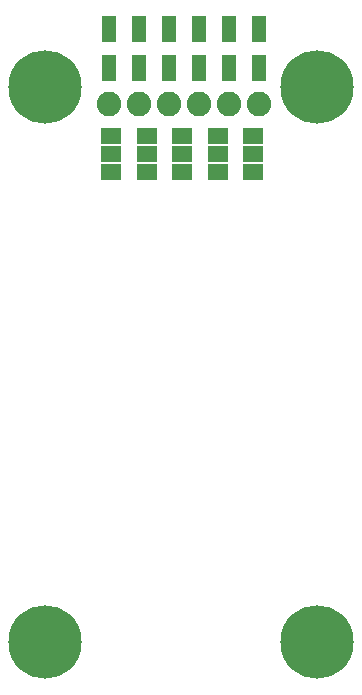
<source format=gts>
G75*
%MOIN*%
%OFA0B0*%
%FSLAX24Y24*%
%IPPOS*%
%LPD*%
%AMOC8*
5,1,8,0,0,1.08239X$1,22.5*
%
%ADD10R,0.0710X0.0540*%
%ADD11C,0.0820*%
%ADD12R,0.0474X0.0867*%
%ADD13R,0.0277X0.0277*%
%ADD14C,0.2442*%
D10*
X004520Y020928D03*
X004520Y021528D03*
X004520Y022128D03*
X005701Y022128D03*
X005701Y021528D03*
X005701Y020928D03*
X006882Y020928D03*
X006882Y021528D03*
X006882Y022128D03*
X008063Y022128D03*
X008063Y021528D03*
X008063Y020928D03*
X009244Y020928D03*
X009244Y021528D03*
X009244Y022128D03*
D11*
X009441Y023181D03*
X008441Y023181D03*
X007441Y023181D03*
X006441Y023181D03*
X005441Y023181D03*
X004441Y023181D03*
D12*
X004441Y024382D03*
X004441Y025681D03*
X005441Y025681D03*
X005441Y024382D03*
X006441Y024382D03*
X006441Y025681D03*
X007441Y025681D03*
X007441Y024382D03*
X008441Y024382D03*
X008441Y025681D03*
X009441Y025681D03*
X009441Y024382D03*
D13*
X009244Y022178D03*
X009244Y021508D03*
X004520Y021548D03*
X004520Y020878D03*
D14*
X002315Y005268D03*
X002315Y023772D03*
X011370Y023772D03*
X011370Y005268D03*
M02*

</source>
